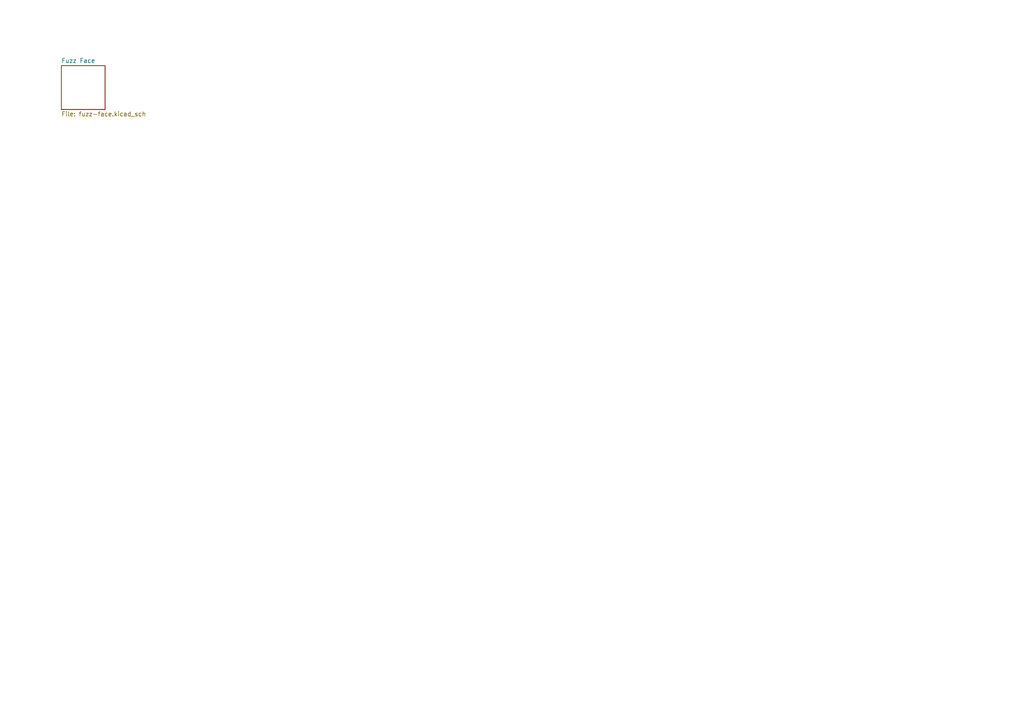
<source format=kicad_sch>
(kicad_sch (version 20211123) (generator eeschema)
  (paper "A4")
  (lib_symbols)
  (sheet (at 17.78 19.05) (size 12.7 12.7)
    (property "Sheet name" "Fuzz Face" (at 17.78 18.3384 0) (effects (justify left bottom)))
    (property "Sheet file" "fuzz-face.kicad_sch" (at 17.78 32.3346 0) (effects (justify left top)))
  )
)
</source>
